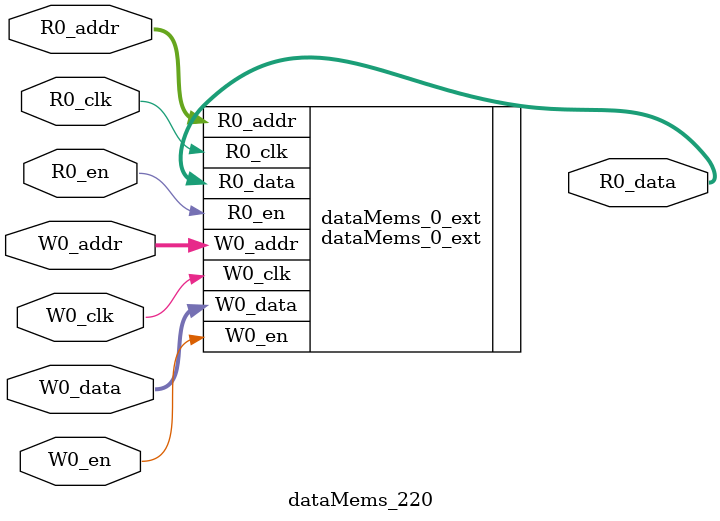
<source format=sv>
`ifndef RANDOMIZE
  `ifdef RANDOMIZE_REG_INIT
    `define RANDOMIZE
  `endif // RANDOMIZE_REG_INIT
`endif // not def RANDOMIZE
`ifndef RANDOMIZE
  `ifdef RANDOMIZE_MEM_INIT
    `define RANDOMIZE
  `endif // RANDOMIZE_MEM_INIT
`endif // not def RANDOMIZE

`ifndef RANDOM
  `define RANDOM $random
`endif // not def RANDOM

// Users can define 'PRINTF_COND' to add an extra gate to prints.
`ifndef PRINTF_COND_
  `ifdef PRINTF_COND
    `define PRINTF_COND_ (`PRINTF_COND)
  `else  // PRINTF_COND
    `define PRINTF_COND_ 1
  `endif // PRINTF_COND
`endif // not def PRINTF_COND_

// Users can define 'ASSERT_VERBOSE_COND' to add an extra gate to assert error printing.
`ifndef ASSERT_VERBOSE_COND_
  `ifdef ASSERT_VERBOSE_COND
    `define ASSERT_VERBOSE_COND_ (`ASSERT_VERBOSE_COND)
  `else  // ASSERT_VERBOSE_COND
    `define ASSERT_VERBOSE_COND_ 1
  `endif // ASSERT_VERBOSE_COND
`endif // not def ASSERT_VERBOSE_COND_

// Users can define 'STOP_COND' to add an extra gate to stop conditions.
`ifndef STOP_COND_
  `ifdef STOP_COND
    `define STOP_COND_ (`STOP_COND)
  `else  // STOP_COND
    `define STOP_COND_ 1
  `endif // STOP_COND
`endif // not def STOP_COND_

// Users can define INIT_RANDOM as general code that gets injected into the
// initializer block for modules with registers.
`ifndef INIT_RANDOM
  `define INIT_RANDOM
`endif // not def INIT_RANDOM

// If using random initialization, you can also define RANDOMIZE_DELAY to
// customize the delay used, otherwise 0.002 is used.
`ifndef RANDOMIZE_DELAY
  `define RANDOMIZE_DELAY 0.002
`endif // not def RANDOMIZE_DELAY

// Define INIT_RANDOM_PROLOG_ for use in our modules below.
`ifndef INIT_RANDOM_PROLOG_
  `ifdef RANDOMIZE
    `ifdef VERILATOR
      `define INIT_RANDOM_PROLOG_ `INIT_RANDOM
    `else  // VERILATOR
      `define INIT_RANDOM_PROLOG_ `INIT_RANDOM #`RANDOMIZE_DELAY begin end
    `endif // VERILATOR
  `else  // RANDOMIZE
    `define INIT_RANDOM_PROLOG_
  `endif // RANDOMIZE
`endif // not def INIT_RANDOM_PROLOG_

// Include register initializers in init blocks unless synthesis is set
`ifndef SYNTHESIS
  `ifndef ENABLE_INITIAL_REG_
    `define ENABLE_INITIAL_REG_
  `endif // not def ENABLE_INITIAL_REG_
`endif // not def SYNTHESIS

// Include rmemory initializers in init blocks unless synthesis is set
`ifndef SYNTHESIS
  `ifndef ENABLE_INITIAL_MEM_
    `define ENABLE_INITIAL_MEM_
  `endif // not def ENABLE_INITIAL_MEM_
`endif // not def SYNTHESIS

module dataMems_220(	// @[generators/ara/src/main/scala/UnsafeAXI4ToTL.scala:365:62]
  input  [4:0]  R0_addr,
  input         R0_en,
  input         R0_clk,
  output [66:0] R0_data,
  input  [4:0]  W0_addr,
  input         W0_en,
  input         W0_clk,
  input  [66:0] W0_data
);

  dataMems_0_ext dataMems_0_ext (	// @[generators/ara/src/main/scala/UnsafeAXI4ToTL.scala:365:62]
    .R0_addr (R0_addr),
    .R0_en   (R0_en),
    .R0_clk  (R0_clk),
    .R0_data (R0_data),
    .W0_addr (W0_addr),
    .W0_en   (W0_en),
    .W0_clk  (W0_clk),
    .W0_data (W0_data)
  );
endmodule


</source>
